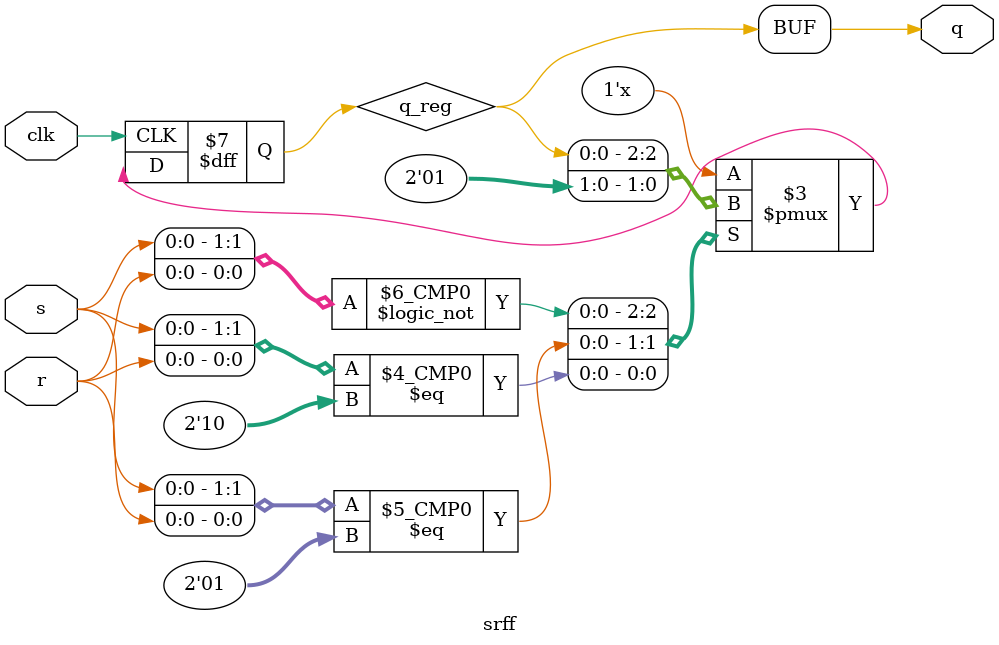
<source format=v>
module srff(
   input wire clk,
   input wire s,
   input wire r,
   output wire q
);

   reg q_reg;
   assign q = q_reg;

   always@(posedge clk) begin
      case({s,r})
         2'b00: q_reg <= q_reg; 
         2'b01: q_reg <= 1'b0;
         2'b10: q_reg <= 1'b1;
         2'b11: q_reg <= 1'bx;
      endcase
   end

endmodule

</source>
